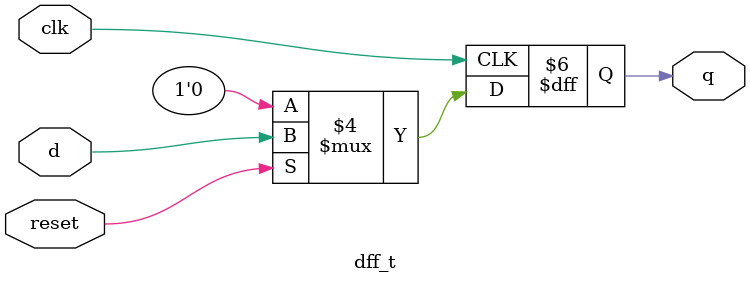
<source format=v>
module top_module (
    input clk,
    input resetn,   // synchronous reset
    input in,
    output out);

    wire q[2:0];
    
    dff_t ins1(clk, resetn, in, q[2]);
    dff_t ins2(clk, resetn, q[2], q[1]);
    dff_t ins3(clk, resetn, q[1], q[0]);
    dff_t ins4(clk, resetn, q[0], out);
    
endmodule

module dff_t(
    input clk,
    input reset,
    input d,
    output q);
    
    always @(posedge clk)
        if(~reset)
            q <= 1'b0;
    	else
            q <= d;
endmodule

</source>
